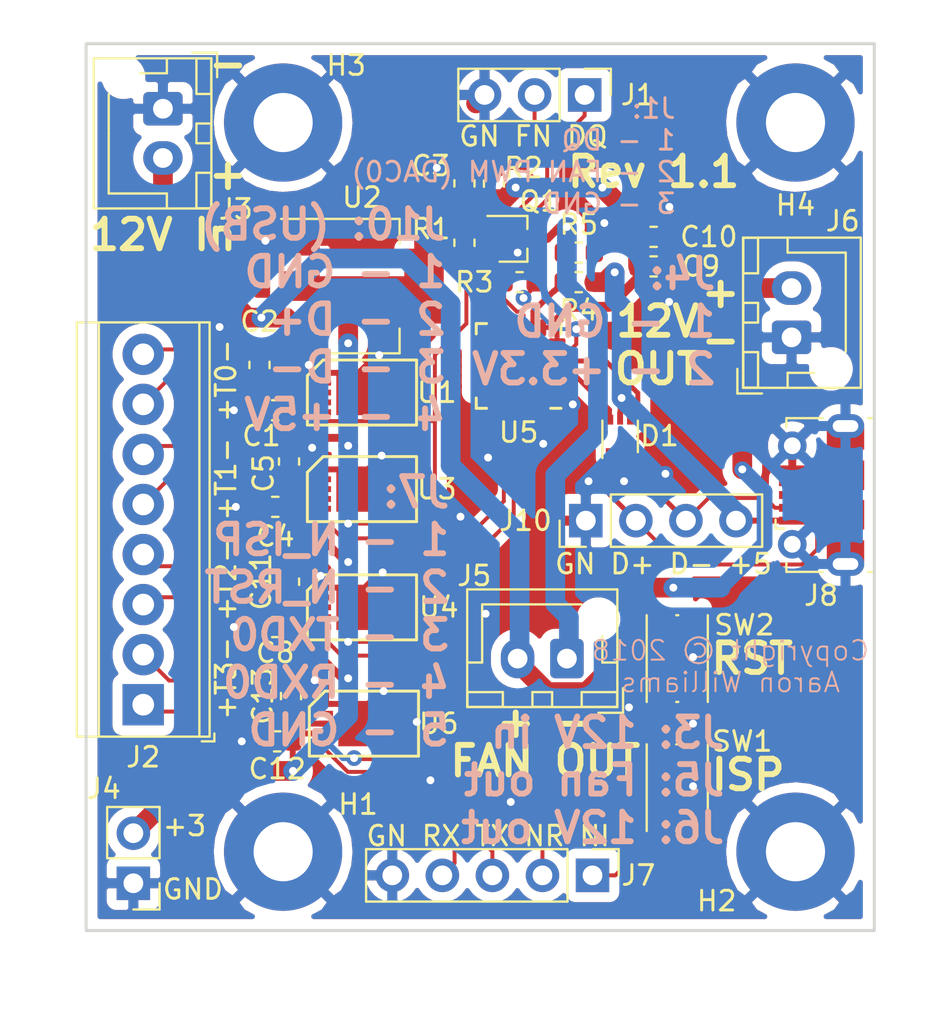
<source format=kicad_pcb>
(kicad_pcb (version 20171130) (host pcbnew 5.0.1-5.0.1)
  (title_block (title "T-962 Temp Monitor and Fan Controller") (date 2018-12-02) (rev 1.1) (company "Copyright © 2018 by Aaron Williams"))
  (layers (0 F.Cu signal) (31 B.Cu signal) (35 F.Paste user) (36 B.SilkS user) (37 F.SilkS user) (38 B.Mask user) (39 F.Mask user) (44 Edge.Cuts user))
  (net 0 "")
  (net 1 /FAN_PWM)
  (net 2 GND)
  (net 3 +3V3)
  (net 4 +12V)
  (net 5 /DQ)
  (net 6 /D+)
  (net 7 /D-)
  (net 8 /P_D-)
  (net 9 +5V)
  (net 10 /P_D+)
  (net 11 "Net-(U5-Pad1)")
  (net 12 /FAN_PWM_OUT)
  (net 13 /N_ISP)
  (net 14 /N_RST)
  (net 15 /TXD0)
  (net 16 /RXD0)
  (net 17 /T1+)
  (net 18 /T1-)
  (net 19 /T0-)
  (net 20 /T0+)
  (net 21 /T2+)
  (net 22 /T2-)
  (net 23 /T3-)
  (net 24 /T3+)
  (net 25 /VIO)
  (net 26 "Net-(R3-Pad2)")
  (net 27 "Net-(J8-Pad4)")
  (net 28 "Net-(U5-Pad11)")
  (net 29 "Net-(U5-Pad12)")
  (net 30 "Net-(U5-Pad13)")
  (net 31 "Net-(U5-Pad14)")
  (net 32 "Net-(U5-Pad15)")
  (net 33 "Net-(U5-Pad17)")
  (net 34 "Net-(U5-Pad18)")
  (net 35 "Net-(U5-Pad19)")
  (net 36 "Net-(U5-Pad22)")
  (net 37 "Net-(U5-Pad23)")
  (net 38 "Net-(U5-Pad24)")
  (net 39 "Net-(R4-Pad2)")
  (module Connector_JST:JST_XH_B02B-XH-AM_1x02_P2.50mm_Vertical (layer F.Cu) (at 163.7 46 90)
    (fp_text reference J6 (at 5.9 2.6 180) (layer F.SilkS))
    (fp_text value Conn_01x02_Male)
    (pad 1 thru_hole roundrect (at 0 0 90) (size 1.7 2) (drill 1) (layers *.Cu *.Mask) (roundrect_rratio 0.147059) (net 2 GND))
    (pad 2 thru_hole oval (at 2.5 0 90) (size 1.7 2) (drill 1) (layers *.Cu *.Mask) (net 4 +12V))
    (pad "" np_thru_hole circle (at -1.6 2 90) (size 1.2 1.2) (drill 1.2) (layers *.Cu *.Mask))
  )
  (module Connector_PinHeader_2.54mm:PinHeader_1x02_P2.54mm_Vertical (layer F.Cu) (at 130.3 73.7 180)
    (fp_text reference J4 (at 1.5 4.8 180) (layer F.SilkS))
    (fp_text value Conn_01x02_Male)
    (pad 1 thru_hole rect (at 0 0 180) (size 1.7 1.7) (drill 1) (layers *.Cu *.Mask) (net 2 GND))
    (pad 2 thru_hole oval (at 0 2.54 180) (size 1.7 1.7) (drill 1) (layers *.Cu *.Mask) (net 3 +3V3))
  )
  (module Package_TO_SOT_SMD:SOT-223 (layer F.Cu) (at 141.9 43.4)
    (fp_text reference U2 (at 0 -4.5) (layer F.SilkS))
    (fp_text value LD1117S33CTR)
    (pad 4 smd rect (at 3.15 0) (size 2 3.8) (layers F.Cu F.Paste F.Mask) (net 3 +3V3))
    (pad 2 smd rect (at -3.15 0) (size 2 1.5) (layers F.Cu F.Paste F.Mask) (net 3 +3V3))
    (pad 3 smd rect (at -3.15 2.3) (size 2 1.5) (layers F.Cu F.Paste F.Mask) (net 4 +12V))
    (pad 1 smd rect (at -3.15 -2.3) (size 2 1.5) (layers F.Cu F.Paste F.Mask) (net 2 GND))
  )
  (module TerminalBlock_TE-Connectivity:TerminalBlock_TE_282834-8_1x08_P2.54mm_Horizontal (layer F.Cu) (at 130.8 64.64 90)
    (fp_text reference J2 (at -2.66 0 180) (layer F.SilkS))
    (fp_text value "TE 282834-8")
    (pad 1 thru_hole rect (at 0 0 90) (size 2.1 2.1) (drill 1.1) (layers *.Cu *.Mask) (net 24 /T3+))
    (pad 2 thru_hole circle (at 2.54 0 90) (size 2.1 2.1) (drill 1.1) (layers *.Cu *.Mask) (net 23 /T3-))
    (pad 3 thru_hole circle (at 5.08 0 90) (size 2.1 2.1) (drill 1.1) (layers *.Cu *.Mask) (net 21 /T2+))
    (pad 4 thru_hole circle (at 7.62 0 90) (size 2.1 2.1) (drill 1.1) (layers *.Cu *.Mask) (net 22 /T2-))
    (pad 5 thru_hole circle (at 10.16 0 90) (size 2.1 2.1) (drill 1.1) (layers *.Cu *.Mask) (net 17 /T1+))
    (pad 6 thru_hole circle (at 12.7 0 90) (size 2.1 2.1) (drill 1.1) (layers *.Cu *.Mask) (net 18 /T1-))
    (pad 7 thru_hole circle (at 15.24 0 90) (size 2.1 2.1) (drill 1.1) (layers *.Cu *.Mask) (net 20 /T0+))
    (pad 8 thru_hole circle (at 17.78 0 90) (size 2.1 2.1) (drill 1.1) (layers *.Cu *.Mask) (net 19 /T0-))
  )
  (module MountingHole:MountingHole_3mm_Pad (layer F.Cu) (at 137.9 72.1)
    (fp_text reference H1 (at 3.8 -2.4) (layer F.SilkS))
    (fp_text value MountingHole_Pad)
    (pad 1 thru_hole circle (at 0 0) (size 6 6) (drill 3) (layers *.Cu *.Mask) (net 2 GND))
  )
  (module MountingHole:MountingHole_3mm_Pad (layer F.Cu) (at 163.9 72.1)
    (fp_text reference H2 (at -4 2.5) (layer F.SilkS))
    (fp_text value MountingHole_Pad)
    (pad 1 thru_hole circle (at 0 0) (size 6 6) (drill 3) (layers *.Cu *.Mask) (net 2 GND))
  )
  (module MountingHole:MountingHole_3mm_Pad (layer F.Cu) (at 137.9 35.1)
    (fp_text reference H3 (at 3.2 -2.9) (layer F.SilkS))
    (fp_text value MountingHole_Pad)
    (pad 1 thru_hole circle (at 0 0) (size 6 6) (drill 3) (layers *.Cu *.Mask) (net 2 GND))
  )
  (module MountingHole:MountingHole_3mm_Pad (layer F.Cu) (at 163.9 35.1)
    (fp_text reference H4 (at 0 4.2) (layer F.SilkS))
    (fp_text value MountingHole_Pad)
    (pad 1 thru_hole circle (at 0 0) (size 6 6) (drill 3) (layers *.Cu *.Mask) (net 2 GND))
  )
  (module Aaron:SW_SPST_KMR2 (layer F.Cu) (at 157.9 62.3 90)
    (fp_text reference SW2 (at 1.7 3.4 180) (layer F.SilkS))
    (fp_text value SW_SPST_KMR2)
    (pad 2 smd rect (at 2.05 0.8 180) (size 0.9 1) (layers F.Cu F.Paste F.Mask) (net 2 GND))
    (pad 1 smd rect (at 2.05 -0.8 180) (size 0.9 1) (layers F.Cu F.Paste F.Mask) (net 14 /N_RST))
    (pad 2 smd rect (at -2.05 0.8 180) (size 0.9 1) (layers F.Cu F.Paste F.Mask) (net 2 GND))
    (pad 1 smd rect (at -2.05 -0.8 180) (size 0.9 1) (layers F.Cu F.Paste F.Mask) (net 14 /N_RST))
  )
  (module Resistor_SMD:R_0603_1608Metric (layer F.Cu) (at 152.905001 41.7)
    (fp_text reference R5 (at 0 -1.43) (layer F.SilkS))
    (fp_text value 47.5K)
    (pad 2 smd roundrect (at 0.7875 0) (size 0.875 0.95) (layers F.Cu F.Paste F.Mask) (net 2 GND))
    (pad 1 smd roundrect (at -0.7875 0) (size 0.875 0.95) (layers F.Cu F.Paste F.Mask) (net 39 "Net-(R4-Pad2)"))
  )
  (module Resistor_SMD:R_0603_1608Metric (layer F.Cu) (at 152.9 43.2 180)
    (fp_text reference R4 (at 0 -1.43 180) (layer F.SilkS))
    (fp_text value 22.1K)
    (pad 1 smd roundrect (at -0.7875 0 180) (size 0.875 0.95) (layers F.Cu F.Paste F.Mask) (net 9 +5V))
    (pad 2 smd roundrect (at 0.7875 0 180) (size 0.875 0.95) (layers F.Cu F.Paste F.Mask) (net 39 "Net-(R4-Pad2)"))
  )
  (module Package_TO_SOT_SMD:SOT-666 (layer F.Cu) (at 155 51.025 90)
    (fp_text reference D1 (at 0.025 2 180) (layer F.SilkS))
    (fp_text value USBLC6-2SC6)
    (pad 1 smd rect (at -0.85 -0.5375 90) (size 0.5 0.375) (layers F.Cu F.Paste F.Mask) (net 6 /D+))
    (pad 3 smd rect (at -0.85 0.5375 90) (size 0.5 0.375) (layers F.Cu F.Paste F.Mask) (net 7 /D-))
    (pad 5 smd rect (at 0.925 0 90) (size 0.65 0.3) (layers F.Cu F.Paste F.Mask) (net 9 +5V))
    (pad 2 smd rect (at -0.925 0 90) (size 0.65 0.3) (layers F.Cu F.Paste F.Mask) (net 2 GND))
    (pad 4 smd rect (at 0.85 0.5375 90) (size 0.5 0.375) (layers F.Cu F.Paste F.Mask) (net 8 /P_D-))
    (pad 6 smd rect (at 0.85 -0.5375 90) (size 0.5 0.375) (layers F.Cu F.Paste F.Mask) (net 10 /P_D+))
  )
  (module Aaron:QFN-24-1EP_4x4mm_Pitch0.5mm_rounded_corners (layer F.Cu) (at 149.85 47.45 180)
    (fp_text reference U5 (at 0 -3.375 180) (layer F.SilkS))
    (fp_text value CP2102N-A01-QFN24)
    (pad 25 smd rect (at -0.65 -0.65 180) (size 1.3 1.3) (layers F.Cu F.Paste F.Mask) (net 2 GND))
    (pad 25 smd rect (at -0.65 0.65 180) (size 1.3 1.3) (layers F.Cu F.Paste F.Mask) (net 2 GND))
    (pad 25 smd rect (at 0.65 -0.65 180) (size 1.3 1.3) (layers F.Cu F.Paste F.Mask) (net 2 GND))
    (pad 25 smd rect (at 0.65 0.65 180) (size 1.3 1.3) (layers F.Cu F.Paste F.Mask) (net 2 GND))
    (pad 24 smd roundrect (at -1.25 -1.95 270) (size 0.85 0.3) (layers F.Cu F.Paste F.Mask) (net 38 "Net-(U5-Pad24)"))
    (pad 23 smd rect (at -0.75 -1.95 270) (size 0.85 0.3) (layers F.Cu F.Paste F.Mask) (net 37 "Net-(U5-Pad23)"))
    (pad 22 smd rect (at -0.25 -1.95 270) (size 0.85 0.3) (layers F.Cu F.Paste F.Mask) (net 36 "Net-(U5-Pad22)"))
    (pad 21 smd rect (at 0.25 -1.95 270) (size 0.85 0.3) (layers F.Cu F.Paste F.Mask) (net 15 /TXD0))
    (pad 20 smd rect (at 0.75 -1.95 270) (size 0.85 0.3) (layers F.Cu F.Paste F.Mask) (net 16 /RXD0))
    (pad 19 smd roundrect (at 1.25 -1.95 270) (size 0.85 0.3) (layers F.Cu F.Paste F.Mask) (net 35 "Net-(U5-Pad19)"))
    (pad 18 smd roundrect (at 1.95 -1.25 180) (size 0.85 0.3) (layers F.Cu F.Paste F.Mask) (net 34 "Net-(U5-Pad18)"))
    (pad 17 smd rect (at 1.95 -0.75 180) (size 0.85 0.3) (layers F.Cu F.Paste F.Mask) (net 33 "Net-(U5-Pad17)"))
    (pad 16 smd rect (at 1.95 -0.25 180) (size 0.85 0.3) (layers F.Cu F.Paste F.Mask))
    (pad 15 smd rect (at 1.95 0.25 180) (size 0.85 0.3) (layers F.Cu F.Paste F.Mask) (net 32 "Net-(U5-Pad15)"))
    (pad 14 smd rect (at 1.95 0.75 180) (size 0.85 0.3) (layers F.Cu F.Paste F.Mask) (net 31 "Net-(U5-Pad14)"))
    (pad 13 smd roundrect (at 1.95 1.25 180) (size 0.85 0.3) (layers F.Cu F.Paste F.Mask) (net 30 "Net-(U5-Pad13)"))
    (pad 12 smd roundrect (at 1.25 1.95 270) (size 0.85 0.3) (layers F.Cu F.Paste F.Mask) (net 29 "Net-(U5-Pad12)"))
    (pad 11 smd rect (at 0.75 1.95 270) (size 0.85 0.3) (layers F.Cu F.Paste F.Mask) (net 28 "Net-(U5-Pad11)"))
    (pad 10 smd rect (at 0.25 1.95 270) (size 0.85 0.3) (layers F.Cu F.Paste F.Mask))
    (pad 9 smd rect (at -0.25 1.95 270) (size 0.85 0.3) (layers F.Cu F.Paste F.Mask) (net 26 "Net-(R3-Pad2)"))
    (pad 8 smd rect (at -0.75 1.95 270) (size 0.85 0.3) (layers F.Cu F.Paste F.Mask) (net 39 "Net-(R4-Pad2)"))
    (pad 7 smd roundrect (at -1.25 1.95 270) (size 0.85 0.3) (layers F.Cu F.Paste F.Mask) (net 3 +3V3))
    (pad 6 smd roundrect (at -1.95 1.25 180) (size 0.85 0.3) (layers F.Cu F.Paste F.Mask) (net 3 +3V3))
    (pad 5 smd rect (at -1.95 0.75 180) (size 0.85 0.3) (layers F.Cu F.Paste F.Mask) (net 25 /VIO))
    (pad 4 smd rect (at -1.95 0.25 180) (size 0.85 0.3) (layers F.Cu F.Paste F.Mask) (net 8 /P_D-))
    (pad 3 smd rect (at -1.95 -0.25 180) (size 0.85 0.3) (layers F.Cu F.Paste F.Mask) (net 10 /P_D+))
    (pad 2 smd rect (at -1.95 -0.75 180) (size 0.85 0.3) (layers F.Cu F.Paste F.Mask) (net 2 GND))
    (pad 1 smd roundrect (at -1.95 -1.25 180) (size 0.85 0.3) (layers F.Cu F.Paste F.Mask) (net 11 "Net-(U5-Pad1)"))
  )
  (module Aaron:USB_Micro-B_Molex-105017-0001 (layer F.Cu) (at 165.2 54 90)
    (fp_text reference J8 (at -5.1 0 180) (layer F.SilkS))
    (fp_text value USB_B_Micro)
    (pad 6 smd rect (at 1 1.2375 90) (size 1.5 1.9) (layers F.Cu F.Paste F.Mask) (net 2 GND))
    (pad 6 thru_hole circle (at -2.5 -1.4625 90) (size 1.45 1.45) (drill 0.85) (layers *.Cu *.Mask) (net 2 GND))
    (pad 2 smd rect (at -0.65 -1.4625 90) (size 0.4 1.35) (layers F.Cu F.Paste F.Mask) (net 7 /D-))
    (pad 1 smd rect (at -1.3 -1.4625 90) (size 0.4 1.35) (layers F.Cu F.Paste F.Mask) (net 9 +5V))
    (pad 5 smd rect (at 1.3 -1.4625 90) (size 0.4 1.35) (layers F.Cu F.Paste F.Mask) (net 2 GND))
    (pad 4 smd rect (at 0.65 -1.4625 90) (size 0.4 1.35) (layers F.Cu F.Paste F.Mask) (net 27 "Net-(J8-Pad4)"))
    (pad 3 smd rect (at 0 -1.4625 90) (size 0.4 1.35) (layers F.Cu F.Paste F.Mask) (net 6 /D+))
    (pad 6 thru_hole circle (at 2.5 -1.4625 90) (size 1.45 1.45) (drill 0.85) (layers *.Cu *.Mask) (net 2 GND))
    (pad 6 smd rect (at -1 1.2375 90) (size 1.5 1.9) (layers F.Cu F.Paste F.Mask) (net 2 GND))
    (pad 6 thru_hole oval (at -3.5 1.2375 270) (size 1.2 1.9) (drill oval 0.6 1.3) (layers *.Cu *.Mask) (net 2 GND))
    (pad 6 thru_hole oval (at 3.5 1.2375 90) (size 1.2 1.9) (drill oval 0.6 1.3) (layers *.Cu *.Mask) (net 2 GND))
    (pad 6 smd rect (at 2.9 1.2375 90) (size 1.2 1.9) (layers F.Cu F.Mask) (net 2 GND))
    (pad 6 smd rect (at -2.9 1.2375 90) (size 1.2 1.9) (layers F.Cu F.Mask) (net 2 GND))
  )
  (module Resistor_SMD:R_0603_1608Metric (layer F.Cu) (at 147.1 41.2 270)
    (fp_text reference R1 (at -0.7 1.7) (layer F.SilkS))
    (fp_text value 4.7K)
    (pad 2 smd roundrect (at 0.7875 0 270) (size 0.875 0.95) (layers F.Cu F.Paste F.Mask) (net 5 /DQ))
    (pad 1 smd roundrect (at -0.7875 0 270) (size 0.875 0.95) (layers F.Cu F.Paste F.Mask) (net 3 +3V3))
  )
  (module Resistor_SMD:R_0603_1608Metric (layer F.Cu) (at 149.9 43.2 180)
    (fp_text reference R3 (at 2.3 0 180) (layer F.SilkS))
    (fp_text value 1K)
    (pad 1 smd roundrect (at -0.7875 0 180) (size 0.875 0.95) (layers F.Cu F.Paste F.Mask) (net 25 /VIO))
    (pad 2 smd roundrect (at 0.7875 0 180) (size 0.875 0.95) (layers F.Cu F.Paste F.Mask) (net 26 "Net-(R3-Pad2)"))
  )
  (module Aaron:SW_SPST_KMR2 (layer F.Cu) (at 157.9 68.85 90)
    (fp_text reference SW1 (at 2.35 3.3 180) (layer F.SilkS))
    (fp_text value SW_SPST_KMR2)
    (pad 1 smd rect (at -2.05 -0.8 180) (size 0.9 1) (layers F.Cu F.Paste F.Mask) (net 13 /N_ISP))
    (pad 2 smd rect (at -2.05 0.8 180) (size 0.9 1) (layers F.Cu F.Paste F.Mask) (net 2 GND))
    (pad 1 smd rect (at 2.05 -0.8 180) (size 0.9 1) (layers F.Cu F.Paste F.Mask) (net 13 /N_ISP))
    (pad 2 smd rect (at 2.05 0.8 180) (size 0.9 1) (layers F.Cu F.Paste F.Mask) (net 2 GND))
  )
  (module Aaron:TDFN-10_3x4mm_P0.5mm (layer F.Cu) (at 142 65.6 270)
    (fp_text reference U6 (at 0 -3.8) (layer F.SilkS))
    (fp_text value MAX31850KATB+)
    (pad 10 smd rect (at -1 -1.92 270) (size 0.3 0.7) (layers F.Cu F.Paste F.Mask))
    (pad 1 smd rect (at -1 1.92 270) (size 0.3 0.7) (layers F.Cu F.Paste F.Mask) (net 2 GND))
    (pad 9 smd rect (at -0.5 -1.92 270) (size 0.3 0.7) (layers F.Cu F.Paste F.Mask) (net 2 GND))
    (pad 2 smd rect (at -0.5 1.92 270) (size 0.3 0.7) (layers F.Cu F.Paste F.Mask) (net 23 /T3-))
    (pad 8 smd rect (at 0 -1.92 270) (size 0.3 0.7) (layers F.Cu F.Paste F.Mask) (net 2 GND))
    (pad 3 smd rect (at 0 1.92 270) (size 0.3 0.7) (layers F.Cu F.Paste F.Mask) (net 24 /T3+))
    (pad 7 smd rect (at 0.5 -1.92 270) (size 0.3 0.7) (layers F.Cu F.Paste F.Mask) (net 3 +3V3))
    (pad 4 smd rect (at 0.5 1.92 270) (size 0.3 0.7) (layers F.Cu F.Paste F.Mask) (net 3 +3V3))
    (pad 6 smd rect (at 1 -1.92 270) (size 0.3 0.7) (layers F.Cu F.Paste F.Mask) (net 3 +3V3))
    (pad 5 smd rect (at 1 1.92 270) (size 0.3 0.7) (layers F.Cu F.Paste F.Mask) (net 5 /DQ))
    (pad 11 smd rect (at 0 0 270) (size 2.3 2.6) (layers F.Cu F.Paste F.Mask) (net 2 GND))
  )
  (module Capacitor_SMD:C_0603_1608Metric (layer F.Cu) (at 156.7 40.9)
    (fp_text reference C10 (at 2.8 0) (layer F.SilkS))
    (fp_text value 0.1uF)
    (pad 1 smd roundrect (at -0.7875 0) (size 0.875 0.95) (layers F.Cu F.Paste F.Mask) (net 3 +3V3))
    (pad 2 smd roundrect (at 0.7875 0) (size 0.875 0.95) (layers F.Cu F.Paste F.Mask) (net 2 GND))
  )
  (module Capacitor_SMD:C_0603_1608Metric (layer F.Cu) (at 138.2 58.4 90)
    (fp_text reference C11 (at 0 -1.43 90) (layer F.SilkS))
    (fp_text value 0.01uF)
    (pad 2 smd roundrect (at 0.7875 0 90) (size 0.875 0.95) (layers F.Cu F.Paste F.Mask) (net 22 /T2-))
    (pad 1 smd roundrect (at -0.7875 0 90) (size 0.875 0.95) (layers F.Cu F.Paste F.Mask) (net 21 /T2+))
  )
  (module Capacitor_SMD:C_0603_1608Metric (layer F.Cu) (at 137.6 66.5)
    (fp_text reference C12 (at 0 1.4 180) (layer F.SilkS))
    (fp_text value 0.1uF)
    (pad 1 smd roundrect (at -0.7875 0) (size 0.875 0.95) (layers F.Cu F.Paste F.Mask) (net 2 GND))
    (pad 2 smd roundrect (at 0.7875 0) (size 0.875 0.95) (layers F.Cu F.Paste F.Mask) (net 3 +3V3))
  )
  (module Capacitor_SMD:C_0603_1608Metric (layer F.Cu) (at 138.3 64.2 90)
    (fp_text reference C13 (at 0 -1.43 90) (layer F.SilkS))
    (fp_text value 0.01uF)
    (pad 2 smd roundrect (at 0.7875 0 90) (size 0.875 0.95) (layers F.Cu F.Paste F.Mask) (net 23 /T3-))
    (pad 1 smd roundrect (at -0.7875 0 90) (size 0.875 0.95) (layers F.Cu F.Paste F.Mask) (net 24 /T3+))
  )
  (module Connector_JST:JST_XH_B02B-XH-AM_1x02_P2.50mm_Vertical (layer F.Cu) (at 152.3 62.3 180)
    (fp_text reference J5 (at 4.7 4.2) (layer F.SilkS))
    (fp_text value Conn_01x02_Male)
    (pad "" np_thru_hole circle (at -1.6 2 180) (size 1.2 1.2) (drill 1.2) (layers *.Cu *.Mask))
    (pad 2 thru_hole oval (at 2.5 0 180) (size 1.7 2) (drill 1) (layers *.Cu *.Mask) (net 4 +12V))
    (pad 1 thru_hole roundrect (at 0 0 180) (size 1.7 2) (drill 1) (layers *.Cu *.Mask) (roundrect_rratio 0.147059) (net 12 /FAN_PWM_OUT))
  )
  (module Connector_JST:JST_XH_B02B-XH-AM_1x02_P2.50mm_Vertical (layer F.Cu) (at 131.8 34.4 270)
    (fp_text reference J3 (at 5.1 -3.7) (layer F.SilkS))
    (fp_text value Conn_01x02_Male)
    (pad 1 thru_hole roundrect (at 0 0 270) (size 1.7 2) (drill 1) (layers *.Cu *.Mask) (roundrect_rratio 0.147059) (net 2 GND))
    (pad 2 thru_hole oval (at 2.5 0 270) (size 1.7 2) (drill 1) (layers *.Cu *.Mask) (net 4 +12V))
    (pad "" np_thru_hole circle (at -1.6 2 270) (size 1.2 1.2) (drill 1.2) (layers *.Cu *.Mask))
  )
  (module Connector_PinHeader_2.54mm:PinHeader_1x03_P2.54mm_Vertical (layer F.Cu) (at 153.2 33.7 270)
    (fp_text reference J1 (at 0 -2.7) (layer F.SilkS))
    (fp_text value Conn_01x03)
    (pad 1 thru_hole rect (at 0 0 270) (size 1.7 1.7) (drill 1) (layers *.Cu *.Mask) (net 5 /DQ))
    (pad 2 thru_hole oval (at 0 2.54 270) (size 1.7 1.7) (drill 1) (layers *.Cu *.Mask) (net 1 /FAN_PWM))
    (pad 3 thru_hole oval (at 0 5.08 270) (size 1.7 1.7) (drill 1) (layers *.Cu *.Mask) (net 2 GND))
  )
  (module Connector_PinHeader_2.54mm:PinHeader_1x04_P2.54mm_Vertical (layer F.Cu) (at 153.26 55.3 90)
    (fp_text reference J10 (at 0 -3.06 180) (layer F.SilkS))
    (fp_text value Conn_01x04)
    (pad 1 thru_hole rect (at 0 0 90) (size 1.7 1.7) (drill 1) (layers *.Cu *.Mask) (net 2 GND))
    (pad 2 thru_hole oval (at 0 2.54 90) (size 1.7 1.7) (drill 1) (layers *.Cu *.Mask) (net 6 /D+))
    (pad 3 thru_hole oval (at 0 5.08 90) (size 1.7 1.7) (drill 1) (layers *.Cu *.Mask) (net 7 /D-))
    (pad 4 thru_hole oval (at 0 7.62 90) (size 1.7 1.7) (drill 1) (layers *.Cu *.Mask) (net 9 +5V))
  )
  (module Connector_PinHeader_2.54mm:PinHeader_1x05_P2.54mm_Vertical (layer F.Cu) (at 153.6 73.3 270)
    (fp_text reference J7 (at 0 -2.33) (layer F.SilkS))
    (fp_text value "2.54mm pin header")
    (pad 1 thru_hole rect (at 0 0 270) (size 1.7 1.7) (drill 1) (layers *.Cu *.Mask) (net 13 /N_ISP))
    (pad 2 thru_hole oval (at 0 2.54 270) (size 1.7 1.7) (drill 1) (layers *.Cu *.Mask) (net 14 /N_RST))
    (pad 3 thru_hole oval (at 0 5.08 270) (size 1.7 1.7) (drill 1) (layers *.Cu *.Mask) (net 15 /TXD0))
    (pad 4 thru_hole oval (at 0 7.62 270) (size 1.7 1.7) (drill 1) (layers *.Cu *.Mask) (net 16 /RXD0))
    (pad 5 thru_hole oval (at 0 10.16 270) (size 1.7 1.7) (drill 1) (layers *.Cu *.Mask) (net 2 GND))
  )
  (module Resistor_SMD:R_0603_1608Metric (layer F.Cu) (at 148.6 38.2 90)
    (fp_text reference R2 (at 0.8 1.5) (layer F.SilkS))
    (fp_text value 100K)
    (pad 2 smd roundrect (at 0.7875 0 90) (size 0.875 0.95) (layers F.Cu F.Paste F.Mask) (net 1 /FAN_PWM))
    (pad 1 smd roundrect (at -0.7875 0 90) (size 0.875 0.95) (layers F.Cu F.Paste F.Mask) (net 3 +3V3))
  )
  (module Aaron:TDFN-10_3x4mm_P0.5mm (layer F.Cu) (at 141.9 48.8 270)
    (fp_text reference U1 (at 0 -3.8) (layer F.SilkS))
    (fp_text value MAX31850KATB+)
    (pad 11 smd rect (at 0 0 270) (size 2.3 2.6) (layers F.Cu F.Paste F.Mask) (net 2 GND))
    (pad 5 smd rect (at 1 1.92 270) (size 0.3 0.7) (layers F.Cu F.Paste F.Mask) (net 5 /DQ))
    (pad 6 smd rect (at 1 -1.92 270) (size 0.3 0.7) (layers F.Cu F.Paste F.Mask) (net 2 GND))
    (pad 4 smd rect (at 0.5 1.92 270) (size 0.3 0.7) (layers F.Cu F.Paste F.Mask) (net 3 +3V3))
    (pad 7 smd rect (at 0.5 -1.92 270) (size 0.3 0.7) (layers F.Cu F.Paste F.Mask) (net 2 GND))
    (pad 3 smd rect (at 0 1.92 270) (size 0.3 0.7) (layers F.Cu F.Paste F.Mask) (net 20 /T0+))
    (pad 8 smd rect (at 0 -1.92 270) (size 0.3 0.7) (layers F.Cu F.Paste F.Mask) (net 2 GND))
    (pad 2 smd rect (at -0.5 1.92 270) (size 0.3 0.7) (layers F.Cu F.Paste F.Mask) (net 19 /T0-))
    (pad 9 smd rect (at -0.5 -1.92 270) (size 0.3 0.7) (layers F.Cu F.Paste F.Mask) (net 2 GND))
    (pad 1 smd rect (at -1 1.92 270) (size 0.3 0.7) (layers F.Cu F.Paste F.Mask) (net 2 GND))
    (pad 10 smd rect (at -1 -1.92 270) (size 0.3 0.7) (layers F.Cu F.Paste F.Mask))
  )
  (module Aaron:TDFN-10_3x4mm_P0.5mm (layer F.Cu) (at 141.9 53.7 270)
    (fp_text reference U3 (at 0 -3.8) (layer F.SilkS))
    (fp_text value MAX31850KATB+)
    (pad 10 smd rect (at -1 -1.92 270) (size 0.3 0.7) (layers F.Cu F.Paste F.Mask))
    (pad 1 smd rect (at -1 1.92 270) (size 0.3 0.7) (layers F.Cu F.Paste F.Mask) (net 2 GND))
    (pad 9 smd rect (at -0.5 -1.92 270) (size 0.3 0.7) (layers F.Cu F.Paste F.Mask) (net 2 GND))
    (pad 2 smd rect (at -0.5 1.92 270) (size 0.3 0.7) (layers F.Cu F.Paste F.Mask) (net 18 /T1-))
    (pad 8 smd rect (at 0 -1.92 270) (size 0.3 0.7) (layers F.Cu F.Paste F.Mask) (net 2 GND))
    (pad 3 smd rect (at 0 1.92 270) (size 0.3 0.7) (layers F.Cu F.Paste F.Mask) (net 17 /T1+))
    (pad 7 smd rect (at 0.5 -1.92 270) (size 0.3 0.7) (layers F.Cu F.Paste F.Mask) (net 2 GND))
    (pad 4 smd rect (at 0.5 1.92 270) (size 0.3 0.7) (layers F.Cu F.Paste F.Mask) (net 3 +3V3))
    (pad 6 smd rect (at 1 -1.92 270) (size 0.3 0.7) (layers F.Cu F.Paste F.Mask) (net 3 +3V3))
    (pad 5 smd rect (at 1 1.92 270) (size 0.3 0.7) (layers F.Cu F.Paste F.Mask) (net 5 /DQ))
    (pad 11 smd rect (at 0 0 270) (size 2.3 2.6) (layers F.Cu F.Paste F.Mask) (net 2 GND))
  )
  (module Aaron:TDFN-10_3x4mm_P0.5mm (layer F.Cu) (at 141.9 59.7 270)
    (fp_text reference U4 (at 0 -3.9) (layer F.SilkS))
    (fp_text value MAX31850KATB+)
    (pad 11 smd rect (at 0 0 270) (size 2.3 2.6) (layers F.Cu F.Paste F.Mask) (net 2 GND))
    (pad 5 smd rect (at 1 1.92 270) (size 0.3 0.7) (layers F.Cu F.Paste F.Mask) (net 5 /DQ))
    (pad 6 smd rect (at 1 -1.92 270) (size 0.3 0.7) (layers F.Cu F.Paste F.Mask) (net 2 GND))
    (pad 4 smd rect (at 0.5 1.92 270) (size 0.3 0.7) (layers F.Cu F.Paste F.Mask) (net 3 +3V3))
    (pad 7 smd rect (at 0.5 -1.92 270) (size 0.3 0.7) (layers F.Cu F.Paste F.Mask) (net 3 +3V3))
    (pad 3 smd rect (at 0 1.92 270) (size 0.3 0.7) (layers F.Cu F.Paste F.Mask) (net 21 /T2+))
    (pad 8 smd rect (at 0 -1.92 270) (size 0.3 0.7) (layers F.Cu F.Paste F.Mask) (net 2 GND))
    (pad 2 smd rect (at -0.5 1.92 270) (size 0.3 0.7) (layers F.Cu F.Paste F.Mask) (net 22 /T2-))
    (pad 9 smd rect (at -0.5 -1.92 270) (size 0.3 0.7) (layers F.Cu F.Paste F.Mask) (net 2 GND))
    (pad 1 smd rect (at -1 1.92 270) (size 0.3 0.7) (layers F.Cu F.Paste F.Mask) (net 2 GND))
    (pad 10 smd rect (at -1 -1.92 270) (size 0.3 0.7) (layers F.Cu F.Paste F.Mask))
  )
  (module Capacitor_SMD:C_0603_1608Metric (layer F.Cu) (at 136.7 47.4 90)
    (fp_text reference C2 (at 2.2 0 180) (layer F.SilkS))
    (fp_text value 0.01uF)
    (pad 1 smd roundrect (at -0.7875 0 90) (size 0.875 0.95) (layers F.Cu F.Paste F.Mask) (net 20 /T0+))
    (pad 2 smd roundrect (at 0.7875 0 90) (size 0.875 0.95) (layers F.Cu F.Paste F.Mask) (net 19 /T0-))
  )
  (module Capacitor_SMD:C_0603_1608Metric (layer F.Cu) (at 147.1 38.1875 90)
    (fp_text reference C3 (at 0.8875 -1.7 180) (layer F.SilkS))
    (fp_text value 1uF)
    (pad 2 smd roundrect (at 0.7875 0 90) (size 0.875 0.95) (layers F.Cu F.Paste F.Mask) (net 2 GND))
    (pad 1 smd roundrect (at -0.7875 0 90) (size 0.875 0.95) (layers F.Cu F.Paste F.Mask) (net 3 +3V3))
  )
  (module Capacitor_SMD:C_0603_1608Metric (layer F.Cu) (at 137.5 54.6)
    (fp_text reference C4 (at 0 1.5) (layer F.SilkS))
    (fp_text value 0.1uF)
    (pad 1 smd roundrect (at -0.7875 0) (size 0.875 0.95) (layers F.Cu F.Paste F.Mask) (net 2 GND))
    (pad 2 smd roundrect (at 0.7875 0) (size 0.875 0.95) (layers F.Cu F.Paste F.Mask) (net 3 +3V3))
  )
  (module Capacitor_SMD:C_0603_1608Metric (layer F.Cu) (at 138.2 52.3 90)
    (fp_text reference C5 (at -0.6 -1.3 90) (layer F.SilkS))
    (fp_text value 0.01uF)
    (pad 2 smd roundrect (at 0.7875 0 90) (size 0.875 0.95) (layers F.Cu F.Paste F.Mask) (net 18 /T1-))
    (pad 1 smd roundrect (at -0.7875 0 90) (size 0.875 0.95) (layers F.Cu F.Paste F.Mask) (net 17 /T1+))
  )
  (module Capacitor_SMD:C_0603_1608Metric (layer F.Cu) (at 137.5 60.7)
    (fp_text reference C8 (at 0 1.3) (layer F.SilkS))
    (fp_text value 0.1uF)
    (pad 1 smd roundrect (at -0.7875 0) (size 0.875 0.95) (layers F.Cu F.Paste F.Mask) (net 2 GND))
    (pad 2 smd roundrect (at 0.7875 0) (size 0.875 0.95) (layers F.Cu F.Paste F.Mask) (net 3 +3V3))
  )
  (module Capacitor_SMD:C_0603_1608Metric (layer F.Cu) (at 156.7 42.4)
    (fp_text reference C9 (at 2.4 0) (layer F.SilkS))
    (fp_text value 4.7uF)
    (pad 2 smd roundrect (at 0.7875 0) (size 0.875 0.95) (layers F.Cu F.Paste F.Mask) (net 2 GND))
    (pad 1 smd roundrect (at -0.7875 0) (size 0.875 0.95) (layers F.Cu F.Paste F.Mask) (net 3 +3V3))
  )
  (module Capacitor_SMD:C_0603_1608Metric (layer F.Cu) (at 137.5 49.7)
    (fp_text reference C1 (at -0.7 1.3) (layer F.SilkS))
    (fp_text value 0.1uF)
    (pad 1 smd roundrect (at -0.7875 0) (size 0.875 0.95) (layers F.Cu F.Paste F.Mask) (net 2 GND))
    (pad 2 smd roundrect (at 0.7875 0) (size 0.875 0.95) (layers F.Cu F.Paste F.Mask) (net 3 +3V3))
  )
  (module Package_TO_SOT_SMD:SOT-323_SC-70 (layer F.Cu) (at 149.565001 41)
    (fp_text reference Q1 (at 1.334999 -1.9) (layer F.SilkS))
    (fp_text value BSS214NW)
    (pad 1 smd rect (at -1 -0.65 270) (size 0.45 0.7) (layers F.Cu F.Paste F.Mask) (net 1 /FAN_PWM))
    (pad 2 smd rect (at -1 0.65 270) (size 0.45 0.7) (layers F.Cu F.Paste F.Mask) (net 2 GND))
    (pad 3 smd rect (at 1 0 270) (size 0.45 0.7) (layers F.Cu F.Paste F.Mask) (net 12 /FAN_PWM_OUT))
  )
  (gr_text "12V\nOUT" (at 156.9 46.4) (layer F.SilkS) (effects (font (size 1.5 1.5) (thickness 0.3))))
  (gr_text "+\n-" (at 160.1 44.9) (layer F.SilkS) (effects (font (size 1.5 1.5) (thickness 0.3))))
  (gr_text "J4:\n1 - GND\n2 - +3.3V" (at 160 45.2) (layer B.SilkS) (effects (font (size 1.5 1.5) (thickness 0.3)) (justify left mirror)))
  (gr_text "+3\n\nGND" (at 131.7 72.4) (layer F.SilkS) (effects (font (size 1 1)) (justify left)))
  (gr_text "J1:\n1 - DQ\n2 - FAN PWM (DAC0)\n3 - GND" (at 157.9 36.8) (layer B.SilkS) (effects (font (size 1 1)) (justify left mirror)))
  (gr_text "J3: 12V in\nJ5: Fan out\nJ6: 12V out" (at 160.45 68.475) (layer B.SilkS) (effects (font (size 1.5 1.5) (thickness 0.3)) (justify left mirror)))
  (gr_text "J10: (USB)\n1 - GND\n2 - D+\n3 - D-\n4 - +5V" (at 146.3 45.1) (layer B.SilkS) (effects (font (size 1.5 1.5) (thickness 0.3)) (justify left mirror)))
  (gr_text "J7:\n1 - N_ISP\n2 - N_RST\n3 - TXD0\n4 - RXD0\n5 - GND" (at 146.5 59.9) (layer B.SilkS) (effects (font (size 1.5 1.5) (thickness 0.3)) (justify left mirror)))
  (gr_text "+ -" (at 151.2 65.5) (layer F.SilkS) (effects (font (size 1.5 1.5) (thickness 0.3))))
  (gr_text - (at 135.1 32.1) (layer F.SilkS) (effects (font (size 1.5 1.5) (thickness 0.3))))
  (gr_text + (at 135.1 37.7) (layer F.SilkS) (effects (font (size 1.5 1.5) (thickness 0.3))))
  (gr_text "12V In" (at 131.8 40.8) (layer F.SilkS) (effects (font (size 1.5 1.5) (thickness 0.3))))
  (gr_text "Rev 1.1" (at 156.7 37.6) (layer F.SilkS) (effects (font (size 1.5 1.5) (thickness 0.3))))
  (gr_text "Copyright © 2018\nAaron Williams" (at 160.6 62.7) (layer B.SilkS) (effects (font (size 1 1) (thickness 0.1)) (justify mirror)))
  (gr_text +T3- (at 135 63.3 90) (layer F.SilkS) (effects (font (size 1 1))))
  (gr_text +T2- (at 135 58.3 90) (layer F.SilkS) (effects (font (size 1 1))))
  (gr_text +T1- (at 135 53.2 90) (layer F.SilkS) (effects (font (size 1 1))))
  (gr_text +T0- (at 135 48.2 90) (layer F.SilkS) (effects (font (size 1 1))))
  (gr_text "GN FN DQ" (at 150.6 35.8) (layer F.SilkS) (effects (font (size 1 1))))
  (gr_text "GN D+ D- +5" (at 157.2 57.5) (layer F.SilkS) (effects (font (size 1 1))))
  (gr_text RST (at 161.7 62.3) (layer F.SilkS) (effects (font (size 1.5 1.5) (thickness 0.3))))
  (gr_text ISP (at 161.5 68.2) (layer F.SilkS) (effects (font (size 1.5 1.5) (thickness 0.3))))
  (gr_text "GN RX TX NR NI" (at 148.3 71.3) (layer F.SilkS) (effects (font (size 1 1))))
  (gr_text "FAN OUT" (at 151.2 67.5) (layer F.SilkS) (effects (font (size 1.5 1.5) (thickness 0.3))))
  (gr_line (start 167.9 76.1) (end 163.8 76.1) (layer Edge.Cuts) (width 0.15))
  (gr_line (start 167.9 31.1) (end 167.9 76.1) (layer Edge.Cuts) (width 0.15))
  (gr_line (start 127.9 76.1) (end 163.8 76.1) (layer Edge.Cuts) (width 0.15))
  (gr_line (start 127.9 31.1) (end 127.9 76.1) (layer Edge.Cuts) (width 0.15))
  (gr_line (start 167.9 31.1) (end 127.9 31.1) (layer Edge.Cuts) (width 0.15))
  (segment (start 150.66 35.3525) (end 148.6 37.4125) (width 0.2) (layer F.Cu) (net 1))
  (segment (start 150.66 33.7) (end 150.66 35.3525) (width 0.2) (layer F.Cu) (net 1))
  (segment (start 149.175 37.4125) (end 149.1875 37.4) (width 0.2) (layer F.Cu) (net 1))
  (segment (start 148.6 37.4125) (end 149.175 37.4125) (width 0.2) (layer F.Cu) (net 1))
  (segment (start 149.1875 37.4) (end 150.1 37.4) (width 0.2) (layer F.Cu) (net 1))
  (segment (start 150.1 37.4) (end 150.6 37.9) (width 0.2) (layer F.Cu) (net 1))
  (segment (start 150.6 37.9) (end 150.6 38.8) (width 0.2) (layer F.Cu) (net 1))
  (segment (start 150.6 38.8) (end 149.6 39.8) (width 0.2) (layer F.Cu) (net 1))
  (segment (start 148.690001 40.35) (end 148.565001 40.35) (width 0.2) (layer F.Cu) (net 1))
  (segment (start 149.240001 39.8) (end 148.690001 40.35) (width 0.2) (layer F.Cu) (net 1))
  (segment (start 149.6 39.8) (end 149.240001 39.8) (width 0.2) (layer F.Cu) (net 1))
  (segment (start 147.69 34.13) (end 148.12 33.7) (width 1) (layer F.Cu) (net 2))
  (segment (start 143.82 48.3) (end 143.82 48.8) (width 0.2) (layer F.Cu) (net 2))
  (segment (start 143.82 48.8) (end 143.82 49.3) (width 0.2) (layer F.Cu) (net 2))
  (segment (start 143.82 49.3) (end 143.82 49.8) (width 0.2) (layer F.Cu) (net 2))
  (segment (start 143.82 48.8) (end 141.9 48.8) (width 0.2) (layer F.Cu) (net 2))
  (segment (start 140.9 52.7) (end 139.98 52.7) (width 0.3) (layer F.Cu) (net 2))
  (segment (start 141.9 53.7) (end 140.9 52.7) (width 0.3) (layer F.Cu) (net 2))
  (segment (start 143.82 54.2) (end 143.82 53.7) (width 0.3) (layer F.Cu) (net 2))
  (segment (start 143.82 53.7) (end 143.82 53.2) (width 0.3) (layer F.Cu) (net 2))
  (segment (start 143.82 53.7) (end 141.9 53.7) (width 0.3) (layer F.Cu) (net 2))
  (segment (start 143.82 59.7) (end 141.9 59.7) (width 0.3) (layer F.Cu) (net 2))
  (segment (start 142.9 60.7) (end 141.9 59.7) (width 0.3) (layer F.Cu) (net 2))
  (segment (start 143.82 60.7) (end 142.9 60.7) (width 0.3) (layer F.Cu) (net 2))
  (segment (start 140.9 58.7) (end 139.98 58.7) (width 0.3) (layer F.Cu) (net 2))
  (segment (start 141.9 59.7) (end 140.9 58.7) (width 0.3) (layer F.Cu) (net 2))
  (segment (start 142.5 65.1) (end 142 65.6) (width 0.3) (layer F.Cu) (net 2))
  (segment (start 143.92 65.1) (end 142.5 65.1) (width 0.3) (layer F.Cu) (net 2))
  (segment (start 143.92 65.6) (end 142 65.6) (width 0.3) (layer F.Cu) (net 2))
  (segment (start 141 64.6) (end 140.08 64.6) (width 0.3) (layer F.Cu) (net 2))
  (segment (start 142 65.6) (end 141 64.6) (width 0.3) (layer F.Cu) (net 2))
  (via (at 135.4 49.7) (size 0.8) (drill 0.4) (layers F.Cu B.Cu) (net 2))
  (segment (start 136.7125 49.7) (end 135.4 49.7) (width 0.3) (layer F.Cu) (net 2))
  (segment (start 142.4 49.3) (end 141.9 48.8) (width 0.3) (layer F.Cu) (net 2))
  (segment (start 143.82 49.3) (end 142.4 49.3) (width 0.3) (layer F.Cu) (net 2))
  (segment (start 142.9 49.8) (end 141.9 48.8) (width 0.3) (layer F.Cu) (net 2))
  (segment (start 143.82 49.8) (end 142.9 49.8) (width 0.3) (layer F.Cu) (net 2))
  (segment (start 142.4 59.2) (end 141.9 59.7) (width 0.3) (layer F.Cu) (net 2))
  (segment (start 143.82 59.2) (end 142.4 59.2) (width 0.3) (layer F.Cu) (net 2))
  (via (at 139.8 58.1) (size 0.8) (drill 0.4) (layers F.Cu B.Cu) (net 2))
  (segment (start 139.98 58.7) (end 139.98 58.28) (width 0.3) (layer F.Cu) (net 2))
  (segment (start 139.98 58.28) (end 139.8 58.1) (width 0.3) (layer F.Cu) (net 2))
  (segment (start 140.08 64.6) (end 140.08 63.98) (width 0.3) (layer F.Cu) (net 2))
  (via (at 139.5 63.4) (size 0.8) (drill 0.4) (layers F.Cu B.Cu) (net 2))
  (segment (start 140.08 63.98) (end 139.5 63.4) (width 0.3) (layer F.Cu) (net 2))
  (via (at 135.5 54.6) (size 0.8) (drill 0.4) (layers F.Cu B.Cu) (net 2))
  (segment (start 136.7125 54.6) (end 135.5 54.6) (width 0.3) (layer F.Cu) (net 2))
  (via (at 142.9 52) (size 0.8) (drill 0.4) (layers F.Cu B.Cu) (net 2))
  (segment (start 141.9 53.7) (end 141.9 53) (width 0.3) (layer F.Cu) (net 2))
  (segment (start 141.9 53) (end 142.9 52) (width 0.3) (layer F.Cu) (net 2))
  (via (at 149.8 41.7) (size 0.8) (drill 0.4) (layers F.Cu B.Cu) (net 2))
  (segment (start 148.565001 41.65) (end 149.75 41.65) (width 0.3) (layer F.Cu) (net 2))
  (segment (start 149.75 41.65) (end 149.8 41.7) (width 0.3) (layer F.Cu) (net 2))
  (segment (start 150.6 48.2) (end 150.5 48.1) (width 0.25) (layer F.Cu) (net 2))
  (segment (start 151.8 48.2) (end 150.6 48.2) (width 0.25) (layer F.Cu) (net 2))
  (via (at 157.5 39.37999) (size 0.8) (drill 0.4) (layers F.Cu B.Cu) (net 2))
  (segment (start 157.4875 39.39249) (end 157.5 39.37999) (width 1) (layer F.Cu) (net 2))
  (via (at 144.681609 65.513445) (size 0.8) (drill 0.4) (layers F.Cu B.Cu) (net 2))
  (segment (start 143.92 65.6) (end 144.595054 65.6) (width 0.3) (layer F.Cu) (net 2))
  (segment (start 144.595054 65.6) (end 144.681609 65.513445) (width 0.3) (layer F.Cu) (net 2))
  (via (at 154.2 40.2) (size 0.8) (drill 0.4) (layers F.Cu B.Cu) (net 2))
  (segment (start 157.4 39.27999) (end 157.5 39.37999) (width 0.4) (layer F.Cu) (net 2))
  (segment (start 158.7 59.9) (end 158.7 60.25) (width 0.2) (layer F.Cu) (net 2))
  (segment (start 158.7 60.25) (end 158.7 62.225) (width 0.2) (layer F.Cu) (net 2))
  (segment (start 158.7 64.35) (end 158.7 65.6) (width 0.2) (layer F.Cu) (net 2))
  (segment (start 158.7 66.8) (end 158.7 68.775) (width 0.2) (layer F.Cu) (net 2))
  (segment (start 140.9 47.8) (end 141.9 48.8) (width 0.3) (layer F.Cu) (net 2))
  (segment (start 139.98 47.8) (end 140.9 47.8) (width 0.3) (layer F.Cu) (net 2))
  (segment (start 139.98 52.211386) (end 139.771415 52.002801) (width 0.3) (layer F.Cu) (net 2))
  (via (at 139.371416 51.602802) (size 0.8) (drill 0.4) (layers F.Cu B.Cu) (net 2))
  (segment (start 139.771415 52.002801) (end 139.371416 51.602802) (width 0.3) (layer F.Cu) (net 2))
  (segment (start 139.98 52.7) (end 139.98 52.211386) (width 0.3) (layer F.Cu) (net 2))
  (segment (start 139.6 47.8) (end 139.2 47.4) (width 0.3) (layer F.Cu) (net 2))
  (via (at 139.2 47.4) (size 0.8) (drill 0.4) (layers F.Cu B.Cu) (net 2))
  (segment (start 139.98 47.8) (end 139.6 47.8) (width 0.3) (layer F.Cu) (net 2))
  (via (at 137 41.1) (size 0.8) (drill 0.4) (layers F.Cu B.Cu) (net 2))
  (segment (start 138.75 41.1) (end 137 41.1) (width 1) (layer F.Cu) (net 2))
  (via (at 152.6 49.4) (size 0.8) (drill 0.4) (layers F.Cu B.Cu) (net 2))
  (segment (start 152.386444 48.2) (end 152.6 48.413556) (width 0.2) (layer F.Cu) (net 2))
  (segment (start 152.6 48.413556) (end 152.6 48.834315) (width 0.2) (layer F.Cu) (net 2))
  (segment (start 152.6 48.834315) (end 152.6 49.4) (width 0.2) (layer F.Cu) (net 2))
  (segment (start 151.8 48.2) (end 152.386444 48.2) (width 0.2) (layer F.Cu) (net 2))
  (via (at 155.2 53.3) (size 0.8) (drill 0.4) (layers F.Cu B.Cu) (net 2))
  (segment (start 155 51.95) (end 155 53.1) (width 0.25) (layer F.Cu) (net 2))
  (segment (start 155 53.1) (end 155.2 53.3) (width 0.25) (layer F.Cu) (net 2))
  (segment (start 158.7 65.6) (end 158.7 66.8) (width 0.2) (layer F.Cu) (net 2))
  (via (at 158.7 65.6) (size 0.8) (drill 0.4) (layers F.Cu B.Cu) (net 2))
  (via (at 146.9 55.1) (size 0.8) (drill 0.4) (layers F.Cu B.Cu) (net 2))
  (via (at 148.3 52.1) (size 0.8) (drill 0.4) (layers F.Cu B.Cu) (net 2))
  (via (at 153.4 53.3) (size 0.8) (drill 0.4) (layers F.Cu B.Cu) (net 2))
  (via (at 151.1 51.4) (size 0.8) (drill 0.4) (layers F.Cu B.Cu) (net 2))
  (segment (start 148.3 53.7) (end 146.9 55.1) (width 1) (layer F.Cu) (net 2))
  (segment (start 148.3 52.1) (end 148.3 53.7) (width 1) (layer F.Cu) (net 2))
  (segment (start 153 53.3) (end 151.1 51.4) (width 1) (layer F.Cu) (net 2))
  (segment (start 153.4 53.3) (end 153 53.3) (width 1) (layer F.Cu) (net 2))
  (segment (start 163.7375 52.7) (end 163.7375 51.5) (width 0.4) (layer F.Cu) (net 2))
  (segment (start 150.5 46.8) (end 149.2 46.8) (width 0.4) (layer F.Cu) (net 2))
  (segment (start 149.2 46.8) (end 149.2 48.1) (width 0.4) (layer F.Cu) (net 2))
  (segment (start 149.2 48.1) (end 150.5 48.1) (width 0.4) (layer F.Cu) (net 2))
  (via (at 135.800004 66.5) (size 0.8) (drill 0.4) (layers F.Cu B.Cu) (net 2))
  (segment (start 136.8125 66.5) (end 135.800004 66.5) (width 0.3) (layer F.Cu) (net 2))
  (segment (start 136.7125 60.7) (end 135.4 60.7) (width 0.3) (layer F.Cu) (net 2))
  (via (at 135.4 60.7) (size 0.8) (drill 0.4) (layers F.Cu B.Cu) (net 2))
  (via (at 145.700026 37.4) (size 0.8) (drill 0.4) (layers F.Cu B.Cu) (net 2))
  (via (at 157.4875 44.199998) (size 0.8) (drill 0.4) (layers F.Cu B.Cu) (net 2))
  (via (at 149.45 69.575) (size 0.8) (drill 0.4) (layers F.Cu B.Cu) (net 2))
  (via (at 148.175 60.025) (size 0.8) (drill 0.4) (layers F.Cu B.Cu) (net 2))
  (segment (start 158.7 62.225) (end 158.7 64.35) (width 0.2) (layer F.Cu) (net 2))
  (via (at 158.7 62.225) (size 0.8) (drill 0.4) (layers F.Cu B.Cu) (net 2))
  (segment (start 158.7 68.775) (end 158.7 70.9) (width 0.2) (layer F.Cu) (net 2))
  (via (at 158.7 68.775) (size 0.8) (drill 0.4) (layers F.Cu B.Cu) (net 2))
  (via (at 134.675 45.475) (size 0.8) (drill 0.4) (layers F.Cu B.Cu) (net 2))
  (via (at 155.45 64.775) (size 0.8) (drill 0.4) (layers F.Cu B.Cu) (net 2))
  (via (at 157.300001 52.925001) (size 0.8) (drill 0.4) (layers F.Cu B.Cu) (net 2))
  (via (at 142.775 46.9) (size 0.8) (drill 0.4) (layers F.Cu B.Cu) (net 2))
  (segment (start 141.9 47.775) (end 142.775 46.9) (width 0.5) (layer F.Cu) (net 2))
  (segment (start 141.9 48.8) (end 141.9 47.775) (width 0.5) (layer F.Cu) (net 2))
  (via (at 142.95 57.925) (size 0.8) (drill 0.4) (layers F.Cu B.Cu) (net 2))
  (segment (start 141.9 59.7) (end 141.9 58.975) (width 0.5) (layer F.Cu) (net 2))
  (segment (start 141.9 58.975) (end 142.95 57.925) (width 0.5) (layer F.Cu) (net 2))
  (via (at 143 63.95) (size 0.8) (drill 0.4) (layers F.Cu B.Cu) (net 2))
  (segment (start 142 65.6) (end 142 64.95) (width 0.5) (layer F.Cu) (net 2))
  (segment (start 142 64.95) (end 143 63.95) (width 0.5) (layer F.Cu) (net 2))
  (via (at 145.375 68.475) (size 0.8) (drill 0.4) (layers F.Cu B.Cu) (net 2))
  (segment (start 147.0825 40.43) (end 147.1 40.4125) (width 1) (layer F.Cu) (net 3))
  (segment (start 147.1 40.4125) (end 147.1 38.975) (width 1) (layer F.Cu) (net 3))
  (segment (start 148.5875 38.975) (end 148.6 38.9875) (width 1) (layer F.Cu) (net 3))
  (segment (start 147.1 38.975) (end 148.5875 38.975) (width 1) (layer F.Cu) (net 3))
  (segment (start 138.7875 66.1) (end 138.3875 66.5) (width 0.3) (layer F.Cu) (net 3))
  (segment (start 140.08 66.1) (end 138.7875 66.1) (width 0.3) (layer F.Cu) (net 3))
  (segment (start 138.7875 60.2) (end 138.2875 60.7) (width 0.3) (layer F.Cu) (net 3))
  (segment (start 139.98 60.2) (end 138.7875 60.2) (width 0.3) (layer F.Cu) (net 3))
  (segment (start 138.6875 54.2) (end 138.2875 54.6) (width 0.3) (layer F.Cu) (net 3))
  (segment (start 139.98 54.2) (end 138.6875 54.2) (width 0.3) (layer F.Cu) (net 3))
  (segment (start 138.6875 49.3) (end 138.2875 49.7) (width 0.3) (layer F.Cu) (net 3))
  (segment (start 139.98 49.3) (end 138.6875 49.3) (width 0.3) (layer F.Cu) (net 3))
  (segment (start 138.4 66.5125) (end 138.3875 66.5) (width 0.3) (layer F.Cu) (net 3))
  (segment (start 143.92 66.1) (end 143.92 66.6) (width 0.2) (layer F.Cu) (net 3))
  (via (at 141.2 55.450002) (size 0.8) (drill 0.4) (layers F.Cu B.Cu) (net 3))
  (segment (start 143.419998 55.450002) (end 141.2 55.450002) (width 0.2) (layer F.Cu) (net 3))
  (segment (start 143.82 54.7) (end 143.82 55.05) (width 0.2) (layer F.Cu) (net 3))
  (segment (start 143.82 55.05) (end 143.419998 55.450002) (width 0.2) (layer F.Cu) (net 3))
  (via (at 138.4 68) (size 0.8) (drill 0.4) (layers F.Cu B.Cu) (net 3))
  (segment (start 138.3875 66.5) (end 138.3875 67.9875) (width 0.3) (layer F.Cu) (net 3))
  (segment (start 138.3875 67.9875) (end 138.4 68) (width 0.3) (layer F.Cu) (net 3))
  (segment (start 143.92 66.6) (end 143.92 67.05) (width 0.3) (layer F.Cu) (net 3))
  (segment (start 138.2875 60.7) (end 140.8875 63.3) (width 0.4) (layer F.Cu) (net 3))
  (via (at 141.2 61.450016) (size 0.8) (drill 0.4) (layers F.Cu B.Cu) (net 3))
  (via (at 141.199972 63.3) (size 0.8) (drill 0.4) (layers F.Cu B.Cu) (net 3))
  (segment (start 144.470001 61.090001) (end 144.109986 61.450016) (width 0.2) (layer F.Cu) (net 3))
  (segment (start 144.470001 60.300001) (end 144.470001 61.090001) (width 0.2) (layer F.Cu) (net 3))
  (segment (start 141.199972 62.734315) (end 141.199972 63.3) (width 1) (layer B.Cu) (net 3))
  (segment (start 141.199972 65.200028) (end 141.199972 63.865685) (width 1) (layer B.Cu) (net 3))
  (segment (start 144.109986 61.450016) (end 141.765685 61.450016) (width 0.2) (layer F.Cu) (net 3))
  (segment (start 143.82 60.2) (end 144.37 60.2) (width 0.2) (layer F.Cu) (net 3))
  (segment (start 144.37 60.2) (end 144.470001 60.300001) (width 0.2) (layer F.Cu) (net 3))
  (segment (start 141.199972 63.865685) (end 141.199972 63.3) (width 1) (layer B.Cu) (net 3))
  (segment (start 141.765685 61.450016) (end 141.2 61.450016) (width 0.2) (layer F.Cu) (net 3))
  (segment (start 140.8875 63.3) (end 141.199972 63.3) (width 0.4) (layer F.Cu) (net 3))
  (segment (start 141.199972 61.450044) (end 141.2 61.450016) (width 1) (layer B.Cu) (net 3))
  (segment (start 141.199972 63.3) (end 141.199972 61.450044) (width 1) (layer B.Cu) (net 3))
  (segment (start 141.2 55.450002) (end 141.2 51.5) (width 1) (layer B.Cu) (net 3))
  (via (at 141.2 57.4) (size 0.8) (drill 0.4) (layers F.Cu B.Cu) (net 3))
  (segment (start 141.0875 57.4) (end 141.2 57.4) (width 0.4) (layer F.Cu) (net 3))
  (segment (start 141.2 61.450016) (end 141.2 57.4) (width 1) (layer B.Cu) (net 3))
  (segment (start 138.2875 54.6) (end 141.0875 57.4) (width 0.4) (layer F.Cu) (net 3))
  (segment (start 141.2 57.4) (end 141.2 55.450002) (width 1) (layer B.Cu) (net 3))
  (segment (start 141.2 51.5) (end 141.2 51.5) (width 1) (layer B.Cu) (net 3))
  (via (at 141.2 51.5) (size 0.8) (drill 0.4) (layers F.Cu B.Cu) (net 3))
  (segment (start 139.390301 50.802801) (end 138.2875 49.7) (width 0.4) (layer F.Cu) (net 3))
  (segment (start 139.755417 50.802801) (end 139.390301 50.802801) (width 0.4) (layer F.Cu) (net 3))
  (segment (start 140.052617 51.100001) (end 139.755417 50.802801) (width 0.4) (layer F.Cu) (net 3))
  (segment (start 140.800001 51.100001) (end 140.052617 51.100001) (width 0.4) (layer F.Cu) (net 3))
  (segment (start 141.2 51.5) (end 140.800001 51.100001) (width 0.4) (layer F.Cu) (net 3))
  (segment (start 145.1375 40.4125) (end 145.1375 40.4125) (width 1) (layer F.Cu) (net 3))
  (segment (start 145.05 40.5) (end 145.1375 40.4125) (width 1) (layer F.Cu) (net 3))
  (segment (start 147.1 40.4125) (end 146.4 40.4125) (width 1) (layer F.Cu) (net 3))
  (segment (start 145.05 43.4) (end 145.05 40.5) (width 1) (layer F.Cu) (net 3))
  (segment (start 146.4 40.4125) (end 145.447502 40.4125) (width 1) (layer F.Cu) (net 3))
  (via (at 141.5 67.350002) (size 0.8) (drill 0.4) (layers F.Cu B.Cu) (net 3))
  (segment (start 143.619998 67.350002) (end 141.5 67.350002) (width 0.3) (layer F.Cu) (net 3))
  (segment (start 143.92 67.05) (end 143.619998 67.350002) (width 0.3) (layer F.Cu) (net 3))
  (segment (start 140.1 66.515687) (end 140.1 66.3) (width 0.3) (layer B.Cu) (net 3))
  (segment (start 140.934315 67.350002) (end 140.1 66.515687) (width 0.3) (layer B.Cu) (net 3))
  (segment (start 141.5 67.350002) (end 140.934315 67.350002) (width 0.3) (layer B.Cu) (net 3))
  (segment (start 138.4 68) (end 140.1 66.3) (width 1) (layer B.Cu) (net 3))
  (segment (start 140.1 66.3) (end 141.199972 65.200028) (width 1) (layer B.Cu) (net 3))
  (via (at 141.2 46.300004) (size 0.8) (drill 0.4) (layers F.Cu B.Cu) (net 3))
  (segment (start 141.2 46.300004) (end 141.2 51.5) (width 1) (layer B.Cu) (net 3))
  (segment (start 141.2 46.300004) (end 141.2 45.734319) (width 1) (layer F.Cu) (net 3))
  (segment (start 141.2 45.734319) (end 141.2 43.4) (width 1) (layer F.Cu) (net 3))
  (segment (start 145.05 43.4) (end 141.2 43.4) (width 1) (layer F.Cu) (net 3))
  (segment (start 141.2 43.4) (end 138.75 43.4) (width 1) (layer F.Cu) (net 3))
  (segment (start 133.46 68) (end 130.3 71.16) (width 1) (layer F.Cu) (net 3))
  (segment (start 138.4 68) (end 133.46 68) (width 1) (layer F.Cu) (net 3))
  (segment (start 151.8 45.95) (end 151.8 46.2) (width 0.25) (layer F.Cu) (net 3))
  (segment (start 151.8 45.4842) (end 151.8 45.95) (width 0.25) (layer F.Cu) (net 3))
  (segment (start 145.1375 40.4125) (end 146.4 40.4125) (width 1) (layer F.Cu) (net 3))
  (segment (start 155.9125 40.9) (end 155.9125 42.4) (width 1) (layer F.Cu) (net 3))
  (segment (start 151.7842 45.5) (end 151.8 45.4842) (width 0.25) (layer F.Cu) (net 3))
  (segment (start 151.1 45.5) (end 151.7842 45.5) (width 0.25) (layer F.Cu) (net 3))
  (segment (start 155.9125 40.2125) (end 154.499999 38.799999) (width 1) (layer F.Cu) (net 3))
  (segment (start 154.499999 38.799999) (end 154.1 38.4) (width 1) (layer F.Cu) (net 3))
  (via (at 154.1 38.4) (size 0.8) (drill 0.4) (layers F.Cu B.Cu) (net 3))
  (segment (start 155.9125 40.9) (end 155.9125 40.2125) (width 1) (layer F.Cu) (net 3))
  (segment (start 149.1125 38.9875) (end 149.7 38.4) (width 1) (layer F.Cu) (net 3))
  (via (at 149.7 38.4) (size 0.8) (drill 0.4) (layers F.Cu B.Cu) (net 3))
  (segment (start 148.6 38.9875) (end 149.1125 38.9875) (width 1) (layer F.Cu) (net 3))
  (segment (start 153.534315 38.4) (end 154.1 38.4) (width 1) (layer B.Cu) (net 3))
  (segment (start 149.7 38.4) (end 153.534315 38.4) (width 1) (layer B.Cu) (net 3))
  (segment (start 155.9125 42.975) (end 154.4375 44.45) (width 0.5) (layer F.Cu) (net 3))
  (segment (start 155.9125 42.4) (end 155.9125 42.975) (width 0.5) (layer F.Cu) (net 3))
  (segment (start 154.4375 44.45) (end 152.5 44.45) (width 0.5) (layer F.Cu) (net 3))
  (segment (start 151.7842 45.1658) (end 151.7842 45.5) (width 0.5) (layer F.Cu) (net 3))
  (segment (start 152.5 44.45) (end 151.7842 45.1658) (width 0.5) (layer F.Cu) (net 3))
  (via (at 136.8 45) (size 0.8) (drill 0.4) (layers F.Cu B.Cu) (net 4))
  (segment (start 138.05 45) (end 138.75 45.7) (width 1) (layer F.Cu) (net 4))
  (segment (start 136.8 45) (end 138.05 45) (width 1) (layer F.Cu) (net 4))
  (segment (start 139.8 42) (end 136.8 45) (width 1) (layer B.Cu) (net 4))
  (segment (start 144.1 42) (end 139.8 42) (width 1) (layer B.Cu) (net 4))
  (segment (start 146.4 52.5) (end 146.4 44.3) (width 1) (layer B.Cu) (net 4))
  (segment (start 146.4 44.3) (end 144.1 42) (width 1) (layer B.Cu) (net 4))
  (segment (start 149.9 62.2) (end 149.9 56) (width 1) (layer B.Cu) (net 4))
  (segment (start 149.9 56) (end 146.4 52.5) (width 1) (layer B.Cu) (net 4))
  (segment (start 131.8 40.7) (end 131.8 36.9) (width 1) (layer F.Cu) (net 4))
  (segment (start 136.8 45) (end 136.1 45) (width 1) (layer F.Cu) (net 4))
  (segment (start 136.1 45) (end 131.8 40.7) (width 1) (layer F.Cu) (net 4))
  (via (at 157.7 58.7) (size 0.8) (drill 0.4) (layers F.Cu B.Cu) (net 4))
  (segment (start 149.8 62.49352) (end 151.30649 64.00001) (width 1) (layer F.Cu) (net 4))
  (segment (start 149.8 62.3) (end 149.8 62.49352) (width 1) (layer F.Cu) (net 4))
  (segment (start 151.30649 64.00001) (end 153.29351 64.00001) (width 1) (layer F.Cu) (net 4))
  (segment (start 156.439998 58.7) (end 157.7 58.7) (width 1) (layer F.Cu) (net 4))
  (segment (start 153.29351 64.00001) (end 155.949999 61.343521) (width 1) (layer F.Cu) (net 4))
  (segment (start 155.949999 61.343521) (end 155.949999 59.189999) (width 1) (layer F.Cu) (net 4))
  (segment (start 155.949999 59.189999) (end 156.439998 58.7) (width 1) (layer F.Cu) (net 4))
  (segment (start 157.7 58.7) (end 160.1 58.7) (width 1) (layer B.Cu) (net 4))
  (via (at 161.2 52.7) (size 0.8) (drill 0.4) (layers F.Cu B.Cu) (net 4))
  (segment (start 162.330001 53.830001) (end 161.2 52.7) (width 0.8) (layer B.Cu) (net 4))
  (segment (start 160.1 58.7) (end 162.330001 56.469999) (width 0.8) (layer B.Cu) (net 4))
  (segment (start 162.330001 56.469999) (end 162.330001 53.830001) (width 0.8) (layer B.Cu) (net 4))
  (segment (start 163.55 43.5) (end 163.7 43.5) (width 0.8) (layer F.Cu) (net 4))
  (segment (start 161.7 43.5) (end 163.7 43.5) (width 1) (layer F.Cu) (net 4))
  (segment (start 161.2 44) (end 161.7 43.5) (width 1) (layer F.Cu) (net 4))
  (segment (start 161.2 52.7) (end 161.2 44) (width 1) (layer F.Cu) (net 4))
  (segment (start 147.2 42.0875) (end 147.1 41.9875) (width 0.2) (layer F.Cu) (net 5))
  (segment (start 147.2 43.2) (end 147.2 42.0875) (width 0.2) (layer F.Cu) (net 5))
  (segment (start 139.98 60.7) (end 139.98 61.26602) (width 0.2) (layer F.Cu) (net 5))
  (segment (start 139.98 61.26602) (end 140.863998 62.150018) (width 0.2) (layer F.Cu) (net 5))
  (segment (start 147.2 45.3) (end 147.2 43.2) (width 0.2) (layer F.Cu) (net 5))
  (segment (start 145.6 50.250001) (end 145.6 46.9) (width 0.2) (layer F.Cu) (net 5))
  (segment (start 145.6 46.9) (end 147.2 45.3) (width 0.2) (layer F.Cu) (net 5))
  (segment (start 139.98 50.15) (end 139.98 49.8) (width 0.2) (layer F.Cu) (net 5))
  (segment (start 140.080001 50.250001) (end 139.98 50.15) (width 0.2) (layer F.Cu) (net 5))
  (segment (start 145.6 50.250001) (end 140.080001 50.250001) (width 0.2) (layer F.Cu) (net 5))
  (segment (start 145.6 56.2) (end 145.6 61.6) (width 0.2) (layer F.Cu) (net 5))
  (segment (start 145.6 50.250001) (end 145.6 56.2) (width 0.2) (layer F.Cu) (net 5))
  (segment (start 140.913996 56.2) (end 145.6 56.2) (width 0.2) (layer F.Cu) (net 5))
  (segment (start 139.98 54.7) (end 139.98 55.266004) (width 0.2) (layer F.Cu) (net 5))
  (segment (start 139.98 55.266004) (end 140.913996 56.2) (width 0.2) (layer F.Cu) (net 5))
  (segment (start 145.549982 62.150018) (end 145.6 62.1) (width 0.2) (layer F.Cu) (net 5))
  (segment (start 140.863998 62.150018) (end 145.549982 62.150018) (width 0.2) (layer F.Cu) (net 5))
  (segment (start 145.6 61.6) (end 145.6 62.1) (width 0.2) (layer F.Cu) (net 5))
  (segment (start 141.180004 68.050004) (end 144.419996 68.050004) (width 0.2) (layer F.Cu) (net 5))
  (segment (start 144.419996 68.050004) (end 145.6 66.87) (width 0.2) (layer F.Cu) (net 5))
  (segment (start 140.08 66.95) (end 141.180004 68.050004) (width 0.2) (layer F.Cu) (net 5))
  (segment (start 145.6 66.87) (end 145.6 62.1) (width 0.2) (layer F.Cu) (net 5))
  (segment (start 140.08 66.6) (end 140.08 66.95) (width 0.2) (layer F.Cu) (net 5))
  (segment (start 153.2 34.75) (end 151.3 36.65) (width 0.2) (layer F.Cu) (net 5))
  (segment (start 149.175001 41.124999) (end 151.3 39) (width 0.2) (layer F.Cu) (net 5))
  (segment (start 151.3 36.65) (end 151.3 39) (width 0.2) (layer F.Cu) (net 5))
  (segment (start 147.962501 41.124999) (end 149.175001 41.124999) (width 0.2) (layer F.Cu) (net 5))
  (segment (start 153.2 33.7) (end 153.2 34.75) (width 0.2) (layer F.Cu) (net 5))
  (segment (start 147.1 41.9875) (end 147.962501 41.124999) (width 0.2) (layer F.Cu) (net 5))
  (segment (start 165 56.754502) (end 164.229501 57.525001) (width 0.2) (layer F.Cu) (net 6))
  (segment (start 165 54.3875) (end 165 56.754502) (width 0.2) (layer F.Cu) (net 6))
  (segment (start 158.025001 57.525001) (end 155.8 55.3) (width 0.2) (layer F.Cu) (net 6))
  (segment (start 164.229501 57.525001) (end 158.025001 57.525001) (width 0.2) (layer F.Cu) (net 6))
  (segment (start 163.7375 54) (end 164.6125 54) (width 0.2) (layer F.Cu) (net 6))
  (segment (start 164.6125 54) (end 165 54.3875) (width 0.2) (layer F.Cu) (net 6))
  (segment (start 154.4625 53.9625) (end 154.4625 51.875) (width 0.25) (layer F.Cu) (net 6))
  (segment (start 155.8 55.3) (end 154.4625 53.9625) (width 0.25) (layer F.Cu) (net 6))
  (segment (start 159.189999 54.450001) (end 158.34 55.3) (width 0.2) (layer F.Cu) (net 7))
  (segment (start 159.490001 54.149999) (end 159.189999 54.450001) (width 0.2) (layer F.Cu) (net 7))
  (segment (start 162.362499 54.149999) (end 159.490001 54.149999) (width 0.2) (layer F.Cu) (net 7))
  (segment (start 162.8625 54.65) (end 162.362499 54.149999) (width 0.2) (layer F.Cu) (net 7))
  (segment (start 163.7375 54.65) (end 162.8625 54.65) (width 0.2) (layer F.Cu) (net 7))
  (segment (start 155.5375 52.4975) (end 155.5375 51.875) (width 0.25) (layer F.Cu) (net 7))
  (segment (start 158.34 55.3) (end 155.5375 52.4975) (width 0.25) (layer F.Cu) (net 7))
  (segment (start 152.425 47.2) (end 151.8 47.2) (width 0.2) (layer F.Cu) (net 8))
  (segment (start 154.273004 47.2) (end 152.425 47.2) (width 0.25) (layer F.Cu) (net 8))
  (segment (start 155.9 49.75) (end 155.9 48.826996) (width 0.25) (layer F.Cu) (net 8))
  (segment (start 155.9 48.826996) (end 154.273004 47.2) (width 0.25) (layer F.Cu) (net 8))
  (segment (start 155.5375 50.175) (end 155.5375 50.1125) (width 0.25) (layer F.Cu) (net 8))
  (segment (start 155.5375 50.1125) (end 155.9 49.75) (width 0.25) (layer F.Cu) (net 8))
  (segment (start 153.4 43.2) (end 153.6875 43.2) (width 0.3) (layer F.Cu) (net 9))
  (segment (start 153.6875 43.2) (end 154.225 43.2) (width 1) (layer F.Cu) (net 9))
  (via (at 154.725 42.7) (size 0.8) (drill 0.4) (layers F.Cu B.Cu) (net 9))
  (segment (start 154.225 43.2) (end 154.725 42.7) (width 1) (layer F.Cu) (net 9))
  (segment (start 163.7375 55.3) (end 160.88 55.3) (width 0.3) (layer F.Cu) (net 9))
  (segment (start 155.076256 47.449774) (end 155.076256 46.086759) (width 1) (layer B.Cu) (net 9))
  (segment (start 155.076256 49.076256) (end 155.076256 47.449774) (width 1) (layer B.Cu) (net 9))
  (segment (start 160.88 55.3) (end 160.88 54.88) (width 1) (layer B.Cu) (net 9))
  (segment (start 160.88 54.88) (end 155.076256 49.076256) (width 1) (layer B.Cu) (net 9))
  (segment (start 154.725 44.080883) (end 154.725 42.7) (width 1) (layer B.Cu) (net 9))
  (segment (start 155.074999 44.430882) (end 154.725 44.080883) (width 1) (layer B.Cu) (net 9))
  (segment (start 155.074999 45.519817) (end 155.074999 44.430882) (width 1) (layer B.Cu) (net 9))
  (segment (start 155.076256 45.521074) (end 155.074999 45.519817) (width 1) (layer B.Cu) (net 9))
  (segment (start 155.076256 46.086759) (end 155.076256 45.521074) (width 1) (layer B.Cu) (net 9))
  (via (at 155.076256 49.076256) (size 0.8) (drill 0.4) (layers F.Cu B.Cu) (net 9))
  (segment (start 155 49.152512) (end 155.076256 49.076256) (width 0.25) (layer F.Cu) (net 9))
  (segment (start 155 50.1) (end 155 49.152512) (width 0.25) (layer F.Cu) (net 9))
  (segment (start 152.425 47.7) (end 151.8 47.7) (width 0.2) (layer F.Cu) (net 10))
  (segment (start 154.4625 49.675) (end 152.4875 47.7) (width 0.25) (layer F.Cu) (net 10))
  (segment (start 154.4625 50.175) (end 154.4625 49.675) (width 0.25) (layer F.Cu) (net 10))
  (segment (start 152.4875 47.7) (end 152.425 47.7) (width 0.25) (layer F.Cu) (net 10))
  (segment (start 150.565001 41) (end 151.315001 41) (width 0.4) (layer F.Cu) (net 12))
  (segment (start 152.3 43.352953) (end 153.874989 44.927942) (width 1) (layer B.Cu) (net 12))
  (segment (start 151.709999 52.990001) (end 151.709999 59.509999) (width 1) (layer B.Cu) (net 12))
  (segment (start 153.874989 44.927942) (end 153.874989 50.825011) (width 1) (layer B.Cu) (net 12))
  (segment (start 151.315001 41) (end 151.915001 40.4) (width 0.4) (layer F.Cu) (net 12))
  (segment (start 152.4 60.2) (end 152.4 62.2) (width 1) (layer B.Cu) (net 12))
  (segment (start 152.3 40.4) (end 152.3 43.352953) (width 1) (layer B.Cu) (net 12))
  (via (at 152.3 40.4) (size 0.8) (drill 0.4) (layers F.Cu B.Cu) (net 12))
  (segment (start 151.915001 40.4) (end 152.3 40.4) (width 0.4) (layer F.Cu) (net 12))
  (segment (start 151.709999 59.509999) (end 152.4 60.2) (width 1) (layer B.Cu) (net 12))
  (segment (start 153.874989 50.825011) (end 151.709999 52.990001) (width 1) (layer B.Cu) (net 12))
  (segment (start 157.1 67.5) (end 157.1 70.9) (width 0.2) (layer F.Cu) (net 13))
  (segment (start 157.1 66.8) (end 157.1 67.5) (width 0.2) (layer F.Cu) (net 13))
  (segment (start 154.65 73.3) (end 153.6 73.3) (width 0.2) (layer F.Cu) (net 13))
  (segment (start 154.75 73.3) (end 154.65 73.3) (width 0.2) (layer F.Cu) (net 13))
  (segment (start 157.1 70.95) (end 154.75 73.3) (width 0.2) (layer F.Cu) (net 13))
  (segment (start 157.1 70.9) (end 157.1 70.95) (width 0.2) (layer F.Cu) (net 13))
  (segment (start 157.1 60.25) (end 157.1 64.35) (width 0.2) (layer F.Cu) (net 14))
  (segment (start 157.1 65.05) (end 157.1 64.35) (width 0.2) (layer F.Cu) (net 14))
  (segment (start 151.06 71.09) (end 157.1 65.05) (width 0.2) (layer F.Cu) (net 14))
  (segment (start 151.06 73.3) (end 151.06 71.09) (width 0.2) (layer F.Cu) (net 14))
  (segment (start 149.6 49.4) (end 149.6 55.1) (width 0.2) (layer F.Cu) (net 15))
  (segment (start 149.6 55.1) (end 148.7 56) (width 0.2) (layer F.Cu) (net 15))
  (segment (start 148.7 56) (end 148.52 56.18) (width 0.2) (layer F.Cu) (net 15))
  (segment (start 147.1 57.6) (end 148.7 56) (width 0.2) (layer F.Cu) (net 15))
  (segment (start 148.52 73.3) (end 148.52 72.097919) (width 0.2) (layer F.Cu) (net 15))
  (segment (start 147.1 70.677919) (end 147.1 57.6) (width 0.2) (layer F.Cu) (net 15))
  (segment (start 148.52 72.097919) (end 147.1 70.677919) (width 0.2) (layer F.Cu) (net 15))
  (segment (start 146.6 72.68) (end 145.98 73.3) (width 0.2) (layer F.Cu) (net 16))
  (segment (start 146.6 56.814998) (end 146.6 72.68) (width 0.2) (layer F.Cu) (net 16))
  (segment (start 149.1 49.4) (end 149.1 54.314998) (width 0.2) (layer F.Cu) (net 16))
  (segment (start 149.1 54.314998) (end 146.6 56.814998) (width 0.2) (layer F.Cu) (net 16))
  (segment (start 138.8125 53.7) (end 138.2 53.0875) (width 0.3) (layer F.Cu) (net 17))
  (segment (start 139.98 53.7) (end 138.8125 53.7) (width 0.3) (layer F.Cu) (net 17))
  (segment (start 132.1925 53.0875) (end 130.8 54.48) (width 0.2) (layer F.Cu) (net 17))
  (segment (start 138.2 53.0875) (end 132.1925 53.0875) (width 0.2) (layer F.Cu) (net 17))
  (segment (start 138.661612 51.974112) (end 138.2 51.5125) (width 0.3) (layer F.Cu) (net 18))
  (segment (start 139.02501 52.33751) (end 138.661612 51.974112) (width 0.3) (layer F.Cu) (net 18))
  (segment (start 139.33 53.2) (end 139.02501 52.89501) (width 0.3) (layer F.Cu) (net 18))
  (segment (start 139.02501 52.89501) (end 139.02501 52.33751) (width 0.3) (layer F.Cu) (net 18))
  (segment (start 139.98 53.2) (end 139.33 53.2) (width 0.3) (layer F.Cu) (net 18))
  (segment (start 131.2275 51.5125) (end 130.8 51.94) (width 0.2) (layer F.Cu) (net 18))
  (segment (start 138.2 51.5125) (end 131.2275 51.5125) (width 0.2) (layer F.Cu) (net 18))
  (segment (start 139.98 48.3) (end 138.9625 48.3) (width 0.2) (layer F.Cu) (net 19))
  (segment (start 137.275 46.6125) (end 136.7 46.6125) (width 0.2) (layer F.Cu) (net 19))
  (segment (start 138.9625 48.3) (end 137.275 46.6125) (width 0.2) (layer F.Cu) (net 19))
  (segment (start 131.0475 46.6125) (end 130.8 46.86) (width 0.2) (layer F.Cu) (net 19))
  (segment (start 136.7 46.6125) (end 131.0475 46.6125) (width 0.2) (layer F.Cu) (net 19))
  (segment (start 137.994622 48.1875) (end 137.275 48.1875) (width 0.2) (layer F.Cu) (net 20))
  (segment (start 138.607122 48.8) (end 137.994622 48.1875) (width 0.2) (layer F.Cu) (net 20))
  (segment (start 137.275 48.1875) (end 136.7 48.1875) (width 0.2) (layer F.Cu) (net 20))
  (segment (start 139.98 48.8) (end 138.607122 48.8) (width 0.2) (layer F.Cu) (net 20))
  (segment (start 132.0125 48.1875) (end 130.8 49.4) (width 0.2) (layer F.Cu) (net 20))
  (segment (start 136.7 48.1875) (end 132.0125 48.1875) (width 0.2) (layer F.Cu) (net 20))
  (segment (start 138.7125 59.7) (end 138.2 59.1875) (width 0.3) (layer F.Cu) (net 21))
  (segment (start 139.98 59.7) (end 138.7125 59.7) (width 0.3) (layer F.Cu) (net 21))
  (segment (start 131.1725 59.1875) (end 130.8 59.56) (width 0.2) (layer F.Cu) (net 21))
  (segment (start 138.2 59.1875) (end 131.1725 59.1875) (width 0.2) (layer F.Cu) (net 21))
  (segment (start 138.661612 58.074112) (end 138.2 57.6125) (width 0.3) (layer F.Cu) (net 22))
  (segment (start 139.02501 58.89501) (end 139.02501 58.43751) (width 0.3) (layer F.Cu) (net 22))
  (segment (start 139.02501 58.43751) (end 138.661612 58.074112) (width 0.3) (layer F.Cu) (net 22))
  (segment (start 139.33 59.2) (end 139.02501 58.89501) (width 0.3) (layer F.Cu) (net 22))
  (segment (start 139.98 59.2) (end 139.33 59.2) (width 0.3) (layer F.Cu) (net 22))
  (segment (start 131.3925 57.6125) (end 130.8 57.02) (width 0.2) (layer F.Cu) (net 22))
  (segment (start 138.2 57.6125) (end 131.3925 57.6125) (width 0.2) (layer F.Cu) (net 22))
  (segment (start 139.12501 64.23751) (end 138.761612 63.874112) (width 0.3) (layer F.Cu) (net 23))
  (segment (start 138.761612 63.874112) (end 138.3 63.4125) (width 0.3) (layer F.Cu) (net 23))
  (segment (start 139.12501 64.79501) (end 139.12501 64.23751) (width 0.3) (layer F.Cu) (net 23))
  (segment (start 139.43 65.1) (end 139.12501 64.79501) (width 0.3) (layer F.Cu) (net 23))
  (segment (start 140.08 65.1) (end 139.43 65.1) (width 0.3) (layer F.Cu) (net 23))
  (segment (start 132.1125 63.4125) (end 130.8 62.1) (width 0.2) (layer F.Cu) (net 23))
  (segment (start 138.3 63.4125) (end 132.1125 63.4125) (width 0.2) (layer F.Cu) (net 23))
  (segment (start 138.9125 65.6) (end 138.3 64.9875) (width 0.3) (layer F.Cu) (net 24))
  (segment (start 140.08 65.6) (end 138.9125 65.6) (width 0.3) (layer F.Cu) (net 24))
  (segment (start 131.1475 64.9875) (end 130.8 64.64) (width 0.2) (layer F.Cu) (net 24))
  (segment (start 138.3 64.9875) (end 131.1475 64.9875) (width 0.2) (layer F.Cu) (net 24))
  (via (at 152.774979 45.582223) (size 0.8) (drill 0.4) (layers F.Cu B.Cu) (net 25))
  (segment (start 152.774979 46.147908) (end 152.774979 45.582223) (width 0.2) (layer F.Cu) (net 25))
  (segment (start 152.774979 46.350021) (end 152.774979 46.147908) (width 0.2) (layer F.Cu) (net 25))
  (segment (start 152.425 46.7) (end 152.774979 46.350021) (width 0.2) (layer F.Cu) (net 25))
  (segment (start 151.8 46.7) (end 152.425 46.7) (width 0.2) (layer F.Cu) (net 25))
  (via (at 150.1 44) (size 0.8) (drill 0.4) (layers F.Cu B.Cu) (net 25))
  (segment (start 150.6875 43.4125) (end 150.1 44) (width 0.2) (layer F.Cu) (net 25))
  (segment (start 150.6875 43.2) (end 150.6875 43.4125) (width 0.2) (layer F.Cu) (net 25))
  (segment (start 151.682223 45.582223) (end 152.774979 45.582223) (width 0.2) (layer B.Cu) (net 25))
  (segment (start 150.1 44) (end 151.682223 45.582223) (width 0.2) (layer B.Cu) (net 25))
  (segment (start 149.1125 44.048504) (end 149.1125 43.775) (width 0.2) (layer F.Cu) (net 26))
  (segment (start 149.1125 43.775) (end 149.1125 43.2) (width 0.2) (layer F.Cu) (net 26))
  (segment (start 149.763998 44.700002) (end 149.1125 44.048504) (width 0.2) (layer F.Cu) (net 26))
  (segment (start 149.925002 44.700002) (end 149.763998 44.700002) (width 0.2) (layer F.Cu) (net 26))
  (segment (start 150.1 44.875) (end 149.925002 44.700002) (width 0.2) (layer F.Cu) (net 26))
  (segment (start 150.1 45.5) (end 150.1 44.875) (width 0.2) (layer F.Cu) (net 26))
  (segment (start 152.117501 41.717501) (end 152.1 41.7) (width 0.25) (layer F.Cu) (net 39))
  (segment (start 151.62089 43.661612) (end 150.6 44.682502) (width 0.3) (layer F.Cu) (net 39))
  (segment (start 151.650888 43.661612) (end 151.62089 43.661612) (width 0.3) (layer F.Cu) (net 39))
  (segment (start 152.1125 43.2) (end 151.650888 43.661612) (width 0.3) (layer F.Cu) (net 39))
  (segment (start 152.117501 43.194999) (end 152.1125 43.2) (width 0.3) (layer F.Cu) (net 39))
  (segment (start 152.117501 41.7) (end 152.117501 43.194999) (width 0.3) (layer F.Cu) (net 39))
  (segment (start 150.6 45.5) (end 150.6 44.682502) (width 0.3) (layer F.Cu) (net 39))
  (zone (net 2) (net_name GND) (layer B.Cu) (connect_pads (clearance 0.508)) (min_thickness 0.254) (fill yes (arc_segments 32) (thermal_gap 0.508) (thermal_bridge_width 0.508))
    (polygon (pts (xy 127.8 31.2) (xy 167.8 31.2) (xy 167.846034 76.1) (xy 127.953966 76.1)))
  )
  (zone (net 2) (net_name GND) (layer F.Cu) (connect_pads (clearance 0.508)) (min_thickness 0.254) (fill yes (arc_segments 32) (thermal_gap 0.508) (thermal_bridge_width 0.508))
    (polygon (pts (xy 127.9 31.1) (xy 167.9 31.1) (xy 167.9 76.1) (xy 127.9 76.1)))
  )
)
</source>
